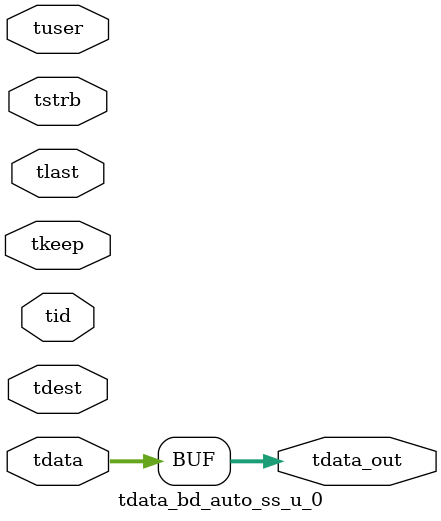
<source format=v>


`timescale 1ps/1ps

module tdata_bd_auto_ss_u_0 #
(
parameter C_S_AXIS_TDATA_WIDTH = 32,
parameter C_S_AXIS_TUSER_WIDTH = 0,
parameter C_S_AXIS_TID_WIDTH   = 0,
parameter C_S_AXIS_TDEST_WIDTH = 0,
parameter C_M_AXIS_TDATA_WIDTH = 32
)
(
input  [(C_S_AXIS_TDATA_WIDTH == 0 ? 1 : C_S_AXIS_TDATA_WIDTH)-1:0     ] tdata,
input  [(C_S_AXIS_TUSER_WIDTH == 0 ? 1 : C_S_AXIS_TUSER_WIDTH)-1:0     ] tuser,
input  [(C_S_AXIS_TID_WIDTH   == 0 ? 1 : C_S_AXIS_TID_WIDTH)-1:0       ] tid,
input  [(C_S_AXIS_TDEST_WIDTH == 0 ? 1 : C_S_AXIS_TDEST_WIDTH)-1:0     ] tdest,
input  [(C_S_AXIS_TDATA_WIDTH/8)-1:0 ] tkeep,
input  [(C_S_AXIS_TDATA_WIDTH/8)-1:0 ] tstrb,
input                                                                    tlast,
output [C_M_AXIS_TDATA_WIDTH-1:0] tdata_out
);

assign tdata_out = {tdata[31:0]};

endmodule


</source>
